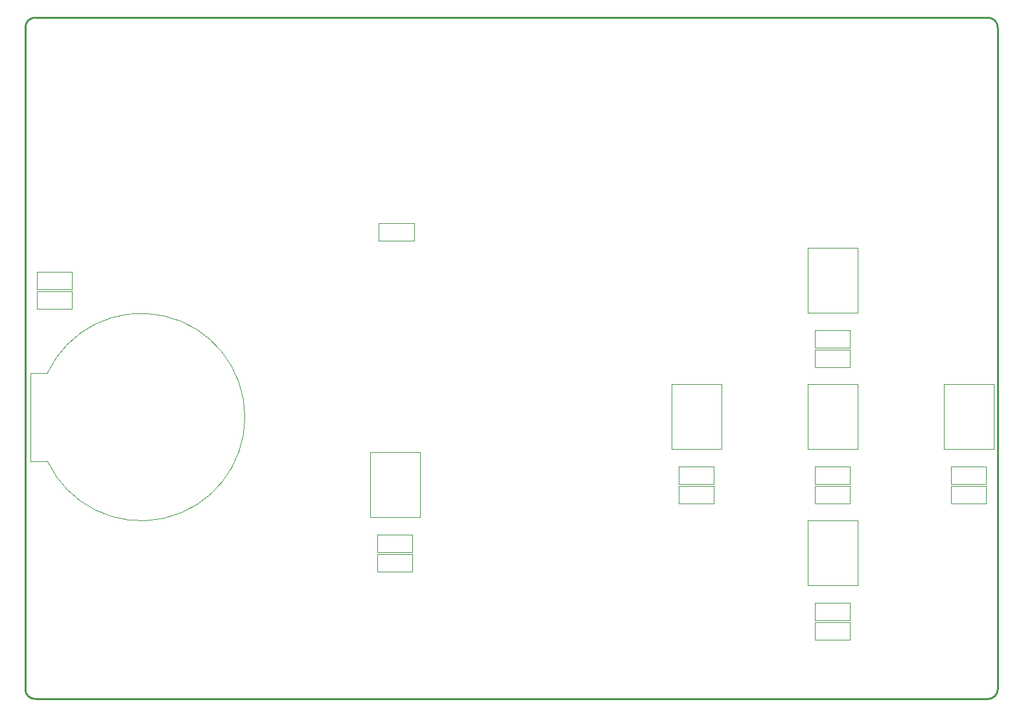
<source format=gko>
G04*
G04 #@! TF.GenerationSoftware,Altium Limited,Altium Designer,22.9.1 (49)*
G04*
G04 Layer_Color=32768*
%FSLAX24Y24*%
%MOIN*%
G70*
G04*
G04 #@! TF.SameCoordinates,D869CEA3-EDD9-45C0-ACDC-C570693A3B7D*
G04*
G04*
G04 #@! TF.FilePolarity,Positive*
G04*
G01*
G75*
%ADD12C,0.0100*%
%ADD43C,0.0020*%
D12*
X67500Y44500D02*
G03*
X67000Y45000I-500J0D01*
G01*
Y10000D02*
G03*
X67500Y10500I0J500D01*
G01*
X18000Y45000D02*
G03*
X17500Y44500I0J-500D01*
G01*
Y10500D02*
G03*
X18000Y10000I500J0D01*
G01*
X67000D01*
X18000Y45000D02*
X67000D01*
X67500Y10500D02*
Y44500D01*
X17500Y10500D02*
Y44500D01*
D43*
X18632Y22228D02*
G03*
X18632Y26732I4829J2252D01*
G01*
X35219Y19325D02*
X37781D01*
Y22675D01*
X35219D02*
X37781D01*
X35219Y19325D02*
Y22675D01*
X35591Y18453D02*
X37409D01*
X35591Y17547D02*
X37409D01*
Y18453D01*
X35591Y17547D02*
Y18453D01*
Y16547D02*
X37409D01*
X35591Y17453D02*
X37409D01*
X35591Y16547D02*
Y17453D01*
X37409Y16547D02*
Y17453D01*
X18091Y30953D02*
X19909D01*
X18091Y30047D02*
X19909D01*
Y30953D01*
X18091Y30047D02*
Y30953D01*
X35666Y34453D02*
X37483D01*
X35666Y33547D02*
X37483D01*
Y34453D01*
X35666Y33547D02*
Y34453D01*
X17752Y22217D02*
X18638D01*
X17752D02*
Y26744D01*
X18638D01*
X57719Y15825D02*
X60281D01*
Y19175D01*
X57719D02*
X60281D01*
X57719Y15825D02*
Y19175D01*
X64719Y22825D02*
X67281D01*
Y26175D01*
X64719D02*
X67281D01*
X64719Y22825D02*
Y26175D01*
X57719Y22825D02*
X60281D01*
Y26175D01*
X57719D02*
X60281D01*
X57719Y22825D02*
Y26175D01*
X50719Y22825D02*
X53281D01*
Y26175D01*
X50719D02*
X53281D01*
X50719Y22825D02*
Y26175D01*
X57719Y29825D02*
X60281D01*
Y33175D01*
X57719D02*
X60281D01*
X57719Y29825D02*
Y33175D01*
X58091Y13047D02*
X59909D01*
X58091Y13953D02*
X59909D01*
X58091Y13047D02*
Y13953D01*
X59909Y13047D02*
Y13953D01*
X65091Y20047D02*
X66909D01*
X65091Y20953D02*
X66909D01*
X65091Y20047D02*
Y20953D01*
X66909Y20047D02*
Y20953D01*
X58091Y20047D02*
X59909D01*
X58091Y20953D02*
X59909D01*
X58091Y20047D02*
Y20953D01*
X59909Y20047D02*
Y20953D01*
X51091Y20047D02*
X52909D01*
X51091Y20953D02*
X52909D01*
X51091Y20047D02*
Y20953D01*
X52909Y20047D02*
Y20953D01*
X18091Y31047D02*
X19909D01*
X18091Y31953D02*
X19909D01*
X18091Y31047D02*
Y31953D01*
X19909Y31047D02*
Y31953D01*
X58091Y27047D02*
X59909D01*
X58091Y27953D02*
X59909D01*
X58091Y27047D02*
Y27953D01*
X59909Y27047D02*
Y27953D01*
X58091Y14953D02*
X59909D01*
X58091Y14047D02*
X59909D01*
Y14953D01*
X58091Y14047D02*
Y14953D01*
X65091Y21953D02*
X66909D01*
X65091Y21047D02*
X66909D01*
Y21953D01*
X65091Y21047D02*
Y21953D01*
X58091D02*
X59909D01*
X58091Y21047D02*
X59909D01*
Y21953D01*
X58091Y21047D02*
Y21953D01*
X51091D02*
X52909D01*
X51091Y21047D02*
X52909D01*
Y21953D01*
X51091Y21047D02*
Y21953D01*
X58091Y28953D02*
X59909D01*
X58091Y28047D02*
X59909D01*
Y28953D01*
X58091Y28047D02*
Y28953D01*
M02*

</source>
